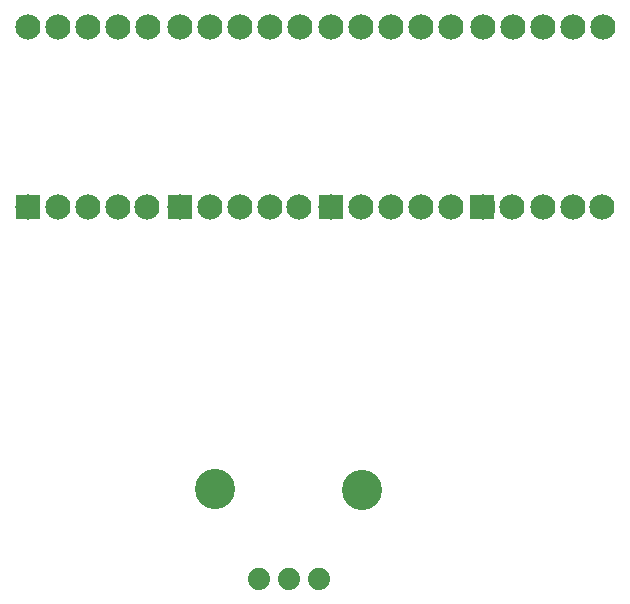
<source format=gbs>
G04 MADE WITH FRITZING*
G04 WWW.FRITZING.ORG*
G04 DOUBLE SIDED*
G04 HOLES PLATED*
G04 CONTOUR ON CENTER OF CONTOUR VECTOR*
%ASAXBY*%
%FSLAX23Y23*%
%MOIN*%
%OFA0B0*%
%SFA1.0B1.0*%
%ADD10C,0.084000*%
%ADD11C,0.074000*%
%ADD12C,0.134278*%
%ADD13C,0.134305*%
%ADD14R,0.084000X0.084000*%
%LNMASK0*%
G90*
G70*
G54D10*
X190Y1433D03*
X290Y1433D03*
X390Y1433D03*
X490Y1433D03*
X589Y1433D03*
X291Y2033D03*
X391Y2033D03*
X491Y2033D03*
X590Y2033D03*
X191Y2033D03*
X697Y1434D03*
X797Y1434D03*
X897Y1434D03*
X997Y1434D03*
X1096Y1434D03*
X798Y2034D03*
X898Y2034D03*
X998Y2034D03*
X1097Y2034D03*
X698Y2035D03*
X1201Y1433D03*
X1301Y1433D03*
X1401Y1433D03*
X1501Y1433D03*
X1600Y1433D03*
X1302Y2033D03*
X1402Y2033D03*
X1502Y2033D03*
X1601Y2033D03*
X1202Y2033D03*
X1707Y1434D03*
X1806Y1434D03*
X1907Y1434D03*
X2007Y1434D03*
X2105Y1434D03*
X1808Y2034D03*
X1908Y2034D03*
X2008Y2034D03*
X2107Y2034D03*
X1708Y2034D03*
G54D11*
X1162Y196D03*
X1062Y196D03*
X962Y196D03*
G54D12*
X1306Y491D03*
G54D13*
X816Y493D03*
G54D14*
X190Y1433D03*
X697Y1434D03*
X1201Y1433D03*
X1706Y1434D03*
G04 End of Mask0*
M02*
</source>
